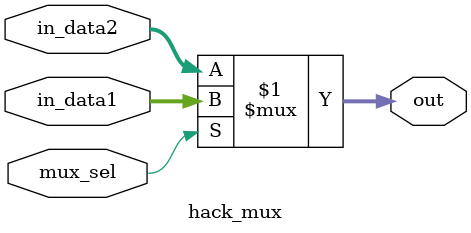
<source format=v>
module hack_mux (
    input   [15:0]  in_data1,
    input   [15:0]  in_data2,
    input           mux_sel,

    output  [15:0]  out
);

assign out = mux_sel ? in_data1 : in_data2;
endmodule
</source>
